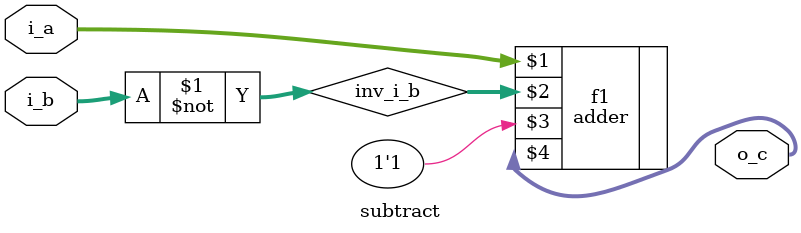
<source format=v>
`include "modules/arithmetics/adder.v"
/* verilator lint_off UNUSED */
/* verilator lint_off DECLFILENAME */

module subtract
  ( 
    i_a,
    i_b,
    o_c
    );
  
  parameter BUS_WIDTH = 8;
  
  input wire[BUS_WIDTH-1:0] i_a;
  input wire[BUS_WIDTH-1:0] i_b;
  output wire[BUS_WIDTH-1:0] o_c;
  
  wire[BUS_WIDTH-1:0] inv_i_b;
  
  assign inv_i_b = ~i_b;
  adder #(.BUS_WIDTH(BUS_WIDTH)) f1(i_a, inv_i_b, 1'b1, o_c);
endmodule

</source>
